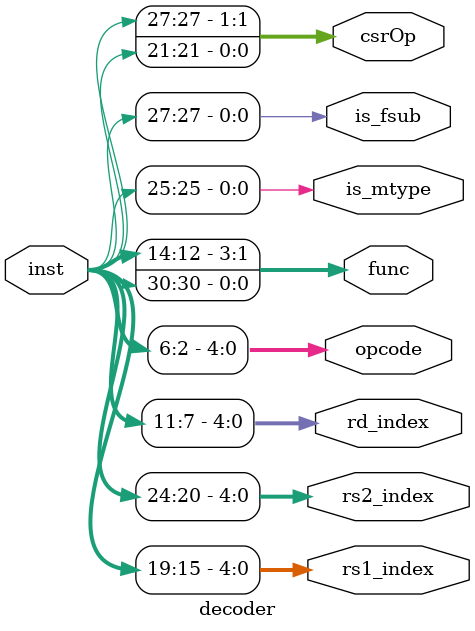
<source format=sv>
module decoder (
    input  logic [31:0] inst,
    output logic [4:0]  rs1_index,
    output logic [4:0]  rs2_index,
    output logic [4:0]  rd_index,
    output logic [4:0]  opcode,
    output logic [3:0]  func,
    output logic        is_mtype,
    output logic        is_fsub,
    output logic [1:0]  csrOp
);

    // ============================================================
    // Decode fields from instruction
    // ============================================================
    always_comb begin
        rs1_index  = inst[19:15];
        rs2_index  = inst[24:20];
        rd_index   = inst[11:7];
        opcode     = inst[6:2];
        func       = {inst[14:12], inst[30]};
        is_mtype   = inst[25];
        is_fsub    = inst[27];
        csrOp      = {inst[27], inst[21]};
    end

endmodule

</source>
